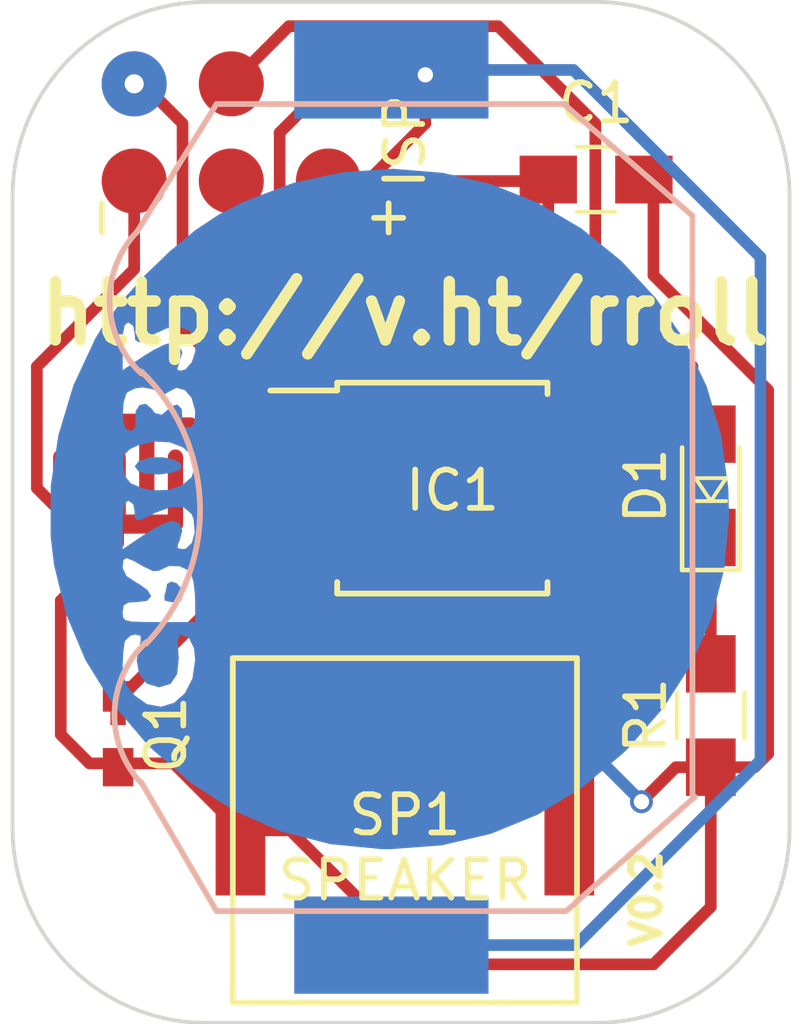
<source format=kicad_pcb>
(kicad_pcb (version 4) (host pcbnew 4.0.7)

  (general
    (links 21)
    (no_connects 0)
    (area 206.578999 86.817999 226.999001 113.588001)
    (thickness 1.6)
    (drawings 10)
    (tracks 87)
    (zones 0)
    (modules 10)
    (nets 10)
  )

  (page USLetter)
  (layers
    (0 F.Cu signal)
    (31 B.Cu signal)
    (32 B.Adhes user)
    (33 F.Adhes user)
    (34 B.Paste user)
    (35 F.Paste user)
    (36 B.SilkS user)
    (37 F.SilkS user)
    (38 B.Mask user)
    (39 F.Mask user)
    (40 Dwgs.User user)
    (41 Cmts.User user)
    (42 Eco1.User user)
    (43 Eco2.User user)
    (44 Edge.Cuts user)
    (45 Margin user)
    (46 B.CrtYd user)
    (47 F.CrtYd user)
    (48 B.Fab user)
    (49 F.Fab user)
  )

  (setup
    (last_trace_width 0.25)
    (user_trace_width 0.254)
    (user_trace_width 0.3048)
    (user_trace_width 0.4064)
    (user_trace_width 0.6096)
    (trace_clearance 0.2)
    (zone_clearance 0.508)
    (zone_45_only no)
    (trace_min 0.2)
    (segment_width 0.2)
    (edge_width 0.1)
    (via_size 0.6)
    (via_drill 0.4)
    (via_min_size 0.4)
    (via_min_drill 0.3)
    (uvia_size 0.3)
    (uvia_drill 0.1)
    (uvias_allowed no)
    (uvia_min_size 0.2)
    (uvia_min_drill 0.1)
    (pcb_text_width 0.3)
    (pcb_text_size 1.27 1.27)
    (mod_edge_width 0.15)
    (mod_text_size 1.016 1.016)
    (mod_text_width 0.127)
    (pad_size 1.7 1.7)
    (pad_drill 0.5)
    (pad_to_mask_clearance 0)
    (aux_axis_origin 111.76 109.855)
    (grid_origin 0.889 0.508)
    (visible_elements 7FFFFBFF)
    (pcbplotparams
      (layerselection 0x010f0_80000001)
      (usegerberextensions true)
      (excludeedgelayer true)
      (linewidth 0.100000)
      (plotframeref false)
      (viasonmask false)
      (mode 1)
      (useauxorigin false)
      (hpglpennumber 1)
      (hpglpenspeed 20)
      (hpglpendiameter 15)
      (hpglpenoverlay 2)
      (psnegative false)
      (psa4output false)
      (plotreference true)
      (plotvalue true)
      (plotinvisibletext false)
      (padsonsilk false)
      (subtractmaskfromsilk false)
      (outputformat 1)
      (mirror false)
      (drillshape 0)
      (scaleselection 1)
      (outputdirectory gerbers/))
  )

  (net 0 "")
  (net 1 GND)
  (net 2 +BATT)
  (net 3 "Net-(IC1-Pad2)")
  (net 4 "Net-(CON1-Pad5)")
  (net 5 "Net-(CON1-Pad4)")
  (net 6 "Net-(CON1-Pad1)")
  (net 7 "Net-(CON1-Pad3)")
  (net 8 "Net-(D1-Pad1)")
  (net 9 "Net-(IC1-Pad3)")

  (net_class Default "This is the default net class."
    (clearance 0.2)
    (trace_width 0.25)
    (via_dia 0.6)
    (via_drill 0.4)
    (uvia_dia 0.3)
    (uvia_drill 0.1)
    (add_net +BATT)
    (add_net GND)
    (add_net "Net-(CON1-Pad1)")
    (add_net "Net-(CON1-Pad3)")
    (add_net "Net-(CON1-Pad4)")
    (add_net "Net-(CON1-Pad5)")
    (add_net "Net-(D1-Pad1)")
    (add_net "Net-(IC1-Pad2)")
    (add_net "Net-(IC1-Pad3)")
  )

  (module myFootPrints:SW_SMD_TOUCH (layer F.Cu) (tedit 5A9F829B) (tstamp 5A94E024)
    (at 209.389 98.508 180)
    (path /5A7D01B3)
    (fp_text reference J1 (at 0.127 4.572 180) (layer F.SilkS) hide
      (effects (font (size 1.016 1.016) (thickness 0.2032)))
    )
    (fp_text value JMP (at 0.254 -4.572 180) (layer F.SilkS) hide
      (effects (font (size 1.016 1.016) (thickness 0.254)))
    )
    (fp_line (start -0.75 -1.25) (end -0.75 0.5) (layer F.Cu) (width 0.4))
    (fp_line (start 1.5 -2) (end 1.5 -0.25) (layer F.Cu) (width 0.4))
    (fp_line (start 0.75 0.5) (end 0.75 -1.25) (layer F.Cu) (width 0.4))
    (fp_line (start 0 -2) (end 0 -0.25) (layer F.Cu) (width 0.4))
    (fp_line (start -1.5 -2) (end -1.5 -0.25) (layer F.Cu) (width 0.4))
    (pad 1 smd rect (at 0 -2 180) (size 3 0.5) (layers F.Cu F.Paste F.Mask)
      (net 1 GND))
    (pad 2 smd rect (at 0 0.635 180) (size 1.8 0.5) (layers F.Cu F.Paste F.Mask)
      (net 3 "Net-(IC1-Pad2)"))
    (pad 3 smd circle (at 0 -0.75 180) (size 3.5 3.5) (layers F.Paste F.Mask))
  )

  (module Opto-Devices:PhotoDiode_SMD-DIL2_4.5x4 (layer F.Cu) (tedit 5A9E0CC7) (tstamp 5A9E0C7B)
    (at 209.389 106.008 270)
    (descr "PhotoDiode, plastic SMD DIL, 4.5x4mm²")
    (tags "PhotoDiode plastic SMD DIL")
    (path /553F0F1B)
    (attr smd)
    (fp_text reference Q1 (at 0 -1.25 270) (layer F.SilkS)
      (effects (font (size 1 1) (thickness 0.15)))
    )
    (fp_text value LIGHT (at 0 1 270) (layer F.Fab)
      (effects (font (size 1 1) (thickness 0.15)))
    )
    (pad 2 smd rect (at 0.85 0 90) (size 1 0.8) (layers F.Cu F.Paste F.Mask)
      (net 1 GND))
    (pad 1 smd rect (at -1 0 90) (size 0.8 0.8) (layers F.Cu F.Paste F.Mask)
      (net 9 "Net-(IC1-Pad3)"))
    (pad 1 smd rect (at -0.45 0 90) (size 0.4 0.4) (layers F.Cu F.Paste F.Mask)
      (net 9 "Net-(IC1-Pad3)"))
  )

  (module LEDs:LED_0805_HandSoldering (layer F.Cu) (tedit 5A9E0B35) (tstamp 5A94E010)
    (at 224.889 99.508 90)
    (descr "Resistor SMD 0805, hand soldering")
    (tags "resistor 0805")
    (path /561BE7BF)
    (attr smd)
    (fp_text reference D1 (at 0 -1.7 90) (layer F.SilkS)
      (effects (font (size 1 1) (thickness 0.15)))
    )
    (fp_text value LED (at 0 1.75 90) (layer F.Fab)
      (effects (font (size 1 1) (thickness 0.15)))
    )
    (fp_line (start -0.4 -0.4) (end -0.4 0.4) (layer F.SilkS) (width 0.1))
    (fp_line (start -0.4 0) (end 0.2 -0.4) (layer F.SilkS) (width 0.1))
    (fp_line (start 0.2 0.4) (end -0.4 0) (layer F.SilkS) (width 0.1))
    (fp_line (start 0.2 -0.4) (end 0.2 0.4) (layer F.SilkS) (width 0.1))
    (fp_line (start -1 0.62) (end -1 -0.62) (layer F.Fab) (width 0.1))
    (fp_line (start 1 0.62) (end -1 0.62) (layer F.Fab) (width 0.1))
    (fp_line (start 1 -0.62) (end 1 0.62) (layer F.Fab) (width 0.1))
    (fp_line (start -1 -0.62) (end 1 -0.62) (layer F.Fab) (width 0.1))
    (fp_line (start 1 0.75) (end -2.2 0.75) (layer F.SilkS) (width 0.12))
    (fp_line (start -2.2 -0.75) (end 1 -0.75) (layer F.SilkS) (width 0.12))
    (fp_line (start -2.35 -0.9) (end 2.35 -0.9) (layer F.CrtYd) (width 0.05))
    (fp_line (start -2.35 -0.9) (end -2.35 0.9) (layer F.CrtYd) (width 0.05))
    (fp_line (start 2.35 0.9) (end 2.35 -0.9) (layer F.CrtYd) (width 0.05))
    (fp_line (start 2.35 0.9) (end -2.35 0.9) (layer F.CrtYd) (width 0.05))
    (fp_line (start -2.2 -0.75) (end -2.2 0.75) (layer F.SilkS) (width 0.12))
    (pad 1 smd rect (at -1.35 0 90) (size 1.5 1.3) (layers F.Cu F.Paste F.Mask)
      (net 8 "Net-(D1-Pad1)"))
    (pad 2 smd rect (at 1.35 0 90) (size 1.5 1.3) (layers F.Cu F.Paste F.Mask)
      (net 7 "Net-(CON1-Pad3)"))
    (model ${KISYS3DMOD}/LEDs.3dshapes/LED_0805.wrl
      (at (xyz 0 0 0))
      (scale (xyz 1 1 1))
      (rotate (xyz 0 0 0))
    )
  )

  (module footprints:Pin_Header_Straight_2x03_Pitch2.54mm (layer F.Cu) (tedit 5A9E09B6) (tstamp 5A7BED43)
    (at 214.889 89.008 270)
    (descr "Through hole straight pin header, 2x03, 2.54mm pitch, double rows")
    (tags "Through hole pin header THT 2x03 2.54mm double row")
    (path /561A9A26)
    (fp_text reference CON1 (at 1.2 2.5 360) (layer F.SilkS) hide
      (effects (font (size 1 1) (thickness 0.15)))
    )
    (fp_text value ISP (at 1.5 -2 270) (layer F.SilkS)
      (effects (font (size 1 1) (thickness 0.15)))
    )
    (fp_text user - (at 3.5 6 270) (layer F.SilkS)
      (effects (font (size 1 1) (thickness 0.15)))
    )
    (fp_text user + (at 3.5 -1.5 270) (layer F.SilkS)
      (effects (font (size 1 1) (thickness 0.15)))
    )
    (fp_line (start 0 -1.27) (end 3.81 -1.27) (layer F.Fab) (width 0.1))
    (fp_line (start 3.81 -1.27) (end 3.81 6.35) (layer F.Fab) (width 0.1))
    (fp_line (start 3.81 6.35) (end -1.27 6.35) (layer F.Fab) (width 0.1))
    (fp_line (start -1.27 6.35) (end -1.27 0) (layer F.Fab) (width 0.1))
    (fp_line (start -1.27 0) (end 0 -1.27) (layer F.Fab) (width 0.1))
    (fp_line (start -1.8 -1.8) (end -1.8 6.85) (layer F.CrtYd) (width 0.05))
    (fp_line (start -1.8 6.85) (end 4.35 6.85) (layer F.CrtYd) (width 0.05))
    (fp_line (start 4.35 6.85) (end 4.35 -1.8) (layer F.CrtYd) (width 0.05))
    (fp_line (start 4.35 -1.8) (end -1.8 -1.8) (layer F.CrtYd) (width 0.05))
    (fp_text user %R (at 1.27 2.54 360) (layer F.Fab)
      (effects (font (size 1 1) (thickness 0.15)))
    )
    (pad 1 smd circle (at 0 0 270) (size 1.7 1.7) (layers F.Cu F.Paste F.Mask)
      (net 6 "Net-(CON1-Pad1)"))
    (pad 2 smd oval (at 2.54 0 270) (size 1.7 1.7) (layers F.Cu F.Paste F.Mask)
      (net 2 +BATT))
    (pad 3 smd oval (at 0 2.54 270) (size 1.7 1.7) (layers F.Cu F.Paste F.Mask)
      (net 7 "Net-(CON1-Pad3)"))
    (pad 4 smd oval (at 2.54 2.54 270) (size 1.7 1.7) (layers F.Cu F.Paste F.Mask)
      (net 5 "Net-(CON1-Pad4)"))
    (pad 5 thru_hole oval (at 0 5.08 270) (size 1.7 1.7) (drill 0.5) (layers *.Cu F.Mask)
      (net 4 "Net-(CON1-Pad5)"))
    (pad 6 smd oval (at 2.54 5.08 270) (size 1.7 1.7) (layers F.Cu F.Paste F.Mask)
      (net 1 GND))
  )

  (module myFootPrints:CR2032 (layer B.Cu) (tedit 5A7D35AF) (tstamp 5A7D316B)
    (at 216.489 100.108 90)
    (fp_text reference G*** (at 0 0 90) (layer B.SilkS) hide
      (effects (font (thickness 0.3)) (justify mirror))
    )
    (fp_text value LOGO (at 0.75 0 90) (layer B.SilkS) hide
      (effects (font (thickness 0.3)) (justify mirror))
    )
    (fp_poly (pts (xy 0.529166 8.85382) (xy 1.902863 8.668668) (xy 3.189751 8.290481) (xy 4.389287 7.719517)
      (xy 5.500925 6.956031) (xy 6.475379 6.052302) (xy 7.325326 5.003216) (xy 7.992626 3.863128)
      (xy 8.474981 2.651835) (xy 8.770094 1.389133) (xy 8.875666 0.094819) (xy 8.789403 -1.21131)
      (xy 8.509005 -2.509456) (xy 8.032176 -3.779824) (xy 7.693492 -4.445) (xy 7.280236 -5.06961)
      (xy 6.729544 -5.738337) (xy 6.092852 -6.399745) (xy 5.421595 -7.002396) (xy 4.76721 -7.494857)
      (xy 4.445 -7.693492) (xy 3.216806 -8.266893) (xy 1.926009 -8.656477) (xy 0.604921 -8.856352)
      (xy -0.714143 -8.860622) (xy -1.46432 -8.771353) (xy -2.748351 -8.456619) (xy -3.949489 -7.951323)
      (xy -5.075532 -7.25134) (xy -6.134279 -6.352546) (xy -6.244167 -6.244166) (xy -6.475204 -5.978728)
      (xy -5.175279 -5.978728) (xy -5.107571 -6.345006) (xy -4.876475 -6.675641) (xy -4.614935 -6.886051)
      (xy -4.32907 -6.973364) (xy -4.091381 -6.985) (xy -3.761701 -6.971203) (xy -3.504265 -6.936604)
      (xy -3.44824 -6.92076) (xy -3.308629 -6.773847) (xy -3.280834 -6.649045) (xy -3.316879 -6.504657)
      (xy -3.463358 -6.506603) (xy -3.518959 -6.524675) (xy -3.958635 -6.609239) (xy -4.317933 -6.546262)
      (xy -4.562129 -6.35105) (xy -4.656499 -6.038904) (xy -4.656667 -6.023264) (xy -4.570976 -5.729661)
      (xy -4.316968 -5.560607) (xy -3.899244 -5.518577) (xy -3.741587 -5.531232) (xy -3.41795 -5.542901)
      (xy -3.285239 -5.481924) (xy -3.280834 -5.458583) (xy -3.376041 -5.242161) (xy -3.642846 -5.111708)
      (xy -3.942256 -5.08) (xy -2.963334 -5.08) (xy -2.963334 -6.0325) (xy -2.961227 -6.483396)
      (xy -2.947364 -6.763358) (xy -2.91043 -6.913117) (xy -2.839111 -6.973405) (xy -2.722092 -6.984953)
      (xy -2.69875 -6.985) (xy -2.519824 -6.957324) (xy -2.446574 -6.832785) (xy -2.434167 -6.614583)
      (xy -2.400378 -6.341818) (xy -2.291588 -6.245154) (xy -2.273705 -6.244166) (xy -2.128686 -6.331673)
      (xy -1.970651 -6.548573) (xy -1.936603 -6.614583) (xy -1.757234 -6.887506) (xy -1.548427 -6.983668)
      (xy -1.514982 -6.985) (xy -1.063957 -6.985) (xy -0.426146 -6.985) (xy -0.056506 -6.972903)
      (xy 0.14235 -6.93) (xy 0.210271 -6.846373) (xy 0.211666 -6.82625) (xy 0.119665 -6.698571)
      (xy -0.052917 -6.6675) (xy -0.229629 -6.659108) (xy -0.297803 -6.603873) (xy -0.261116 -6.456703)
      (xy -0.142639 -6.212476) (xy 0.477678 -6.212476) (xy 0.525814 -6.448392) (xy 0.66459 -6.776342)
      (xy 0.872447 -6.93924) (xy 1.196025 -6.983379) (xy 1.411645 -6.945626) (xy 1.559933 -6.792837)
      (xy 1.581063 -6.749003) (xy 2.027688 -6.749003) (xy 2.06375 -6.879166) (xy 2.214553 -6.955707)
      (xy 2.480732 -6.982151) (xy 2.772488 -6.96043) (xy 3.000026 -6.892475) (xy 3.048 -6.858)
      (xy 3.145794 -6.660098) (xy 3.175 -6.455833) (xy 3.128797 -6.197741) (xy 3.048 -6.053666)
      (xy 2.975493 -5.909649) (xy 3.048 -5.799666) (xy 3.164186 -5.573416) (xy 3.13732 -5.475306)
      (xy 3.598333 -5.475306) (xy 3.638892 -5.562149) (xy 3.792566 -5.512406) (xy 3.818269 -5.498907)
      (xy 4.088777 -5.426417) (xy 4.278294 -5.511678) (xy 4.339166 -5.701043) (xy 4.282309 -5.894964)
      (xy 4.134966 -6.188075) (xy 3.975906 -6.445198) (xy 3.612647 -6.985) (xy 4.24049 -6.985)
      (xy 4.606846 -6.97256) (xy 4.802523 -6.928518) (xy 4.867413 -6.842786) (xy 4.868333 -6.82625)
      (xy 4.776332 -6.698571) (xy 4.60375 -6.6675) (xy 4.40812 -6.64607) (xy 4.355891 -6.556556)
      (xy 4.44286 -6.361119) (xy 4.550833 -6.19125) (xy 4.717492 -5.829442) (xy 4.752629 -5.484523)
      (xy 4.650518 -5.223068) (xy 4.635499 -5.206999) (xy 4.399589 -5.086128) (xy 4.107433 -5.078958)
      (xy 3.830691 -5.166954) (xy 3.64102 -5.331577) (xy 3.598333 -5.475306) (xy 3.13732 -5.475306)
      (xy 3.103544 -5.351965) (xy 2.897911 -5.175618) (xy 2.579125 -5.084681) (xy 2.479523 -5.08)
      (xy 2.224608 -5.106651) (xy 2.124817 -5.205403) (xy 2.116666 -5.27699) (xy 2.166606 -5.419176)
      (xy 2.349542 -5.429298) (xy 2.368844 -5.425774) (xy 2.60296 -5.439404) (xy 2.717374 -5.551861)
      (xy 2.674298 -5.70913) (xy 2.609085 -5.769181) (xy 2.449488 -5.961509) (xy 2.49754 -6.141002)
      (xy 2.609267 -6.225806) (xy 2.738823 -6.376379) (xy 2.706165 -6.535463) (xy 2.547586 -6.638091)
      (xy 2.377407 -6.640862) (xy 2.132137 -6.643492) (xy 2.027688 -6.749003) (xy 1.581063 -6.749003)
      (xy 1.656188 -6.59316) (xy 1.76144 -6.166758) (xy 1.740146 -5.754071) (xy 1.609668 -5.403309)
      (xy 1.387367 -5.162685) (xy 1.11125 -5.08) (xy 0.824949 -5.174719) (xy 0.610264 -5.426957)
      (xy 0.48768 -5.788835) (xy 0.477678 -6.212476) (xy -0.142639 -6.212476) (xy -0.123248 -6.172506)
      (xy -0.097435 -6.121869) (xy 0.052257 -5.70575) (xy 0.038469 -5.38306) (xy -0.135298 -5.17451)
      (xy -0.266196 -5.123055) (xy -0.61414 -5.091501) (xy -0.892669 -5.166099) (xy -1.045177 -5.326829)
      (xy -1.058334 -5.403239) (xy -1.031735 -5.549179) (xy -0.91293 -5.536367) (xy -0.838397 -5.498907)
      (xy -0.570438 -5.426829) (xy -0.379485 -5.50678) (xy -0.3175 -5.686632) (xy -0.374158 -5.871061)
      (xy -0.521387 -6.158521) (xy -0.690729 -6.430787) (xy -1.063957 -6.985) (xy -1.514982 -6.985)
      (xy -1.336362 -6.964922) (xy -1.285966 -6.878521) (xy -1.361827 -6.686545) (xy -1.4891 -6.468162)
      (xy -1.624568 -6.18825) (xy -1.613142 -6.019805) (xy -1.594538 -5.997203) (xy -1.48965 -5.769405)
      (xy -1.498973 -5.486214) (xy -1.610833 -5.250286) (xy -1.686376 -5.189556) (xy -1.910482 -5.125032)
      (xy -2.246813 -5.085665) (xy -2.42721 -5.08) (xy -2.963334 -5.08) (xy -3.942256 -5.08)
      (xy -4.436955 -5.152881) (xy -4.820403 -5.349244) (xy -5.073034 -5.635667) (xy -5.175279 -5.978728)
      (xy -6.475204 -5.978728) (xy -7.167243 -5.183646) (xy -7.894615 -4.04542) (xy -8.424655 -2.833331)
      (xy -8.755735 -1.551224) (xy -8.886228 -0.202944) (xy -8.888402 0) (xy -8.787446 1.357657)
      (xy -8.485663 2.649703) (xy -7.984683 3.872294) (xy -7.286131 5.021587) (xy -6.391638 6.093737)
      (xy -6.244167 6.244167) (xy -5.184393 7.16806) (xy -4.052135 7.893562) (xy -2.849561 8.419839)
      (xy -1.578839 8.746055) (xy -0.242137 8.871374) (xy 0.529166 8.85382)) (layer B.Cu) (width 0.01))
    (fp_poly (pts (xy -2.072406 -5.461739) (xy -1.944793 -5.57438) (xy -1.905203 -5.723596) (xy -1.971712 -5.816965)
      (xy -2.002178 -5.820833) (xy -2.17954 -5.855743) (xy -2.266761 -5.885072) (xy -2.392527 -5.881477)
      (xy -2.433633 -5.712048) (xy -2.434167 -5.673406) (xy -2.399641 -5.457224) (xy -2.267177 -5.405672)
      (xy -2.072406 -5.461739)) (layer B.Cu) (width 0.01))
    (fp_poly (pts (xy 1.182838 -5.467806) (xy 1.278343 -5.643354) (xy 1.338216 -5.908497) (xy 1.343637 -6.202206)
      (xy 1.331418 -6.288984) (xy 1.235698 -6.56246) (xy 1.108309 -6.657847) (xy 0.986364 -6.567225)
      (xy 0.921591 -6.376458) (xy 0.898484 -6.057888) (xy 0.934589 -5.738679) (xy 1.016466 -5.503088)
      (xy 1.070519 -5.442884) (xy 1.182838 -5.467806)) (layer B.Cu) (width 0.01))
    (fp_poly (pts (xy 0.529166 8.85382) (xy 1.902863 8.668668) (xy 3.189751 8.290481) (xy 4.389287 7.719517)
      (xy 5.500925 6.956031) (xy 6.475379 6.052302) (xy 7.325326 5.003216) (xy 7.992626 3.863128)
      (xy 8.474981 2.651835) (xy 8.770094 1.389133) (xy 8.875666 0.094819) (xy 8.789403 -1.21131)
      (xy 8.509005 -2.509456) (xy 8.032176 -3.779824) (xy 7.693492 -4.445) (xy 7.280236 -5.06961)
      (xy 6.729544 -5.738337) (xy 6.092852 -6.399745) (xy 5.421595 -7.002396) (xy 4.76721 -7.494857)
      (xy 4.445 -7.693492) (xy 3.216806 -8.266893) (xy 1.926009 -8.656477) (xy 0.604921 -8.856352)
      (xy -0.714143 -8.860622) (xy -1.46432 -8.771353) (xy -2.748351 -8.456619) (xy -3.949489 -7.951323)
      (xy -5.075532 -7.25134) (xy -6.134279 -6.352546) (xy -6.244167 -6.244166) (xy -6.475204 -5.978728)
      (xy -5.175279 -5.978728) (xy -5.107571 -6.345006) (xy -4.876475 -6.675641) (xy -4.614935 -6.886051)
      (xy -4.32907 -6.973364) (xy -4.091381 -6.985) (xy -3.761701 -6.971203) (xy -3.504265 -6.936604)
      (xy -3.44824 -6.92076) (xy -3.308629 -6.773847) (xy -3.280834 -6.649045) (xy -3.316879 -6.504657)
      (xy -3.463358 -6.506603) (xy -3.518959 -6.524675) (xy -3.958635 -6.609239) (xy -4.317933 -6.546262)
      (xy -4.562129 -6.35105) (xy -4.656499 -6.038904) (xy -4.656667 -6.023264) (xy -4.570976 -5.729661)
      (xy -4.316968 -5.560607) (xy -3.899244 -5.518577) (xy -3.741587 -5.531232) (xy -3.41795 -5.542901)
      (xy -3.285239 -5.481924) (xy -3.280834 -5.458583) (xy -3.376041 -5.242161) (xy -3.642846 -5.111708)
      (xy -3.942256 -5.08) (xy -2.963334 -5.08) (xy -2.963334 -6.0325) (xy -2.961227 -6.483396)
      (xy -2.947364 -6.763358) (xy -2.91043 -6.913117) (xy -2.839111 -6.973405) (xy -2.722092 -6.984953)
      (xy -2.69875 -6.985) (xy -2.519824 -6.957324) (xy -2.446574 -6.832785) (xy -2.434167 -6.614583)
      (xy -2.400378 -6.341818) (xy -2.291588 -6.245154) (xy -2.273705 -6.244166) (xy -2.128686 -6.331673)
      (xy -1.970651 -6.548573) (xy -1.936603 -6.614583) (xy -1.757234 -6.887506) (xy -1.548427 -6.983668)
      (xy -1.514982 -6.985) (xy -1.063957 -6.985) (xy -0.426146 -6.985) (xy -0.056506 -6.972903)
      (xy 0.14235 -6.93) (xy 0.210271 -6.846373) (xy 0.211666 -6.82625) (xy 0.119665 -6.698571)
      (xy -0.052917 -6.6675) (xy -0.229629 -6.659108) (xy -0.297803 -6.603873) (xy -0.261116 -6.456703)
      (xy -0.142639 -6.212476) (xy 0.477678 -6.212476) (xy 0.525814 -6.448392) (xy 0.66459 -6.776342)
      (xy 0.872447 -6.93924) (xy 1.196025 -6.983379) (xy 1.411645 -6.945626) (xy 1.559933 -6.792837)
      (xy 1.581063 -6.749003) (xy 2.027688 -6.749003) (xy 2.06375 -6.879166) (xy 2.214553 -6.955707)
      (xy 2.480732 -6.982151) (xy 2.772488 -6.96043) (xy 3.000026 -6.892475) (xy 3.048 -6.858)
      (xy 3.145794 -6.660098) (xy 3.175 -6.455833) (xy 3.128797 -6.197741) (xy 3.048 -6.053666)
      (xy 2.975493 -5.909649) (xy 3.048 -5.799666) (xy 3.164186 -5.573416) (xy 3.13732 -5.475306)
      (xy 3.598333 -5.475306) (xy 3.638892 -5.562149) (xy 3.792566 -5.512406) (xy 3.818269 -5.498907)
      (xy 4.088777 -5.426417) (xy 4.278294 -5.511678) (xy 4.339166 -5.701043) (xy 4.282309 -5.894964)
      (xy 4.134966 -6.188075) (xy 3.975906 -6.445198) (xy 3.612647 -6.985) (xy 4.24049 -6.985)
      (xy 4.606846 -6.97256) (xy 4.802523 -6.928518) (xy 4.867413 -6.842786) (xy 4.868333 -6.82625)
      (xy 4.776332 -6.698571) (xy 4.60375 -6.6675) (xy 4.40812 -6.64607) (xy 4.355891 -6.556556)
      (xy 4.44286 -6.361119) (xy 4.550833 -6.19125) (xy 4.717492 -5.829442) (xy 4.752629 -5.484523)
      (xy 4.650518 -5.223068) (xy 4.635499 -5.206999) (xy 4.399589 -5.086128) (xy 4.107433 -5.078958)
      (xy 3.830691 -5.166954) (xy 3.64102 -5.331577) (xy 3.598333 -5.475306) (xy 3.13732 -5.475306)
      (xy 3.103544 -5.351965) (xy 2.897911 -5.175618) (xy 2.579125 -5.084681) (xy 2.479523 -5.08)
      (xy 2.224608 -5.106651) (xy 2.124817 -5.205403) (xy 2.116666 -5.27699) (xy 2.166606 -5.419176)
      (xy 2.349542 -5.429298) (xy 2.368844 -5.425774) (xy 2.60296 -5.439404) (xy 2.717374 -5.551861)
      (xy 2.674298 -5.70913) (xy 2.609085 -5.769181) (xy 2.449488 -5.961509) (xy 2.49754 -6.141002)
      (xy 2.609267 -6.225806) (xy 2.738823 -6.376379) (xy 2.706165 -6.535463) (xy 2.547586 -6.638091)
      (xy 2.377407 -6.640862) (xy 2.132137 -6.643492) (xy 2.027688 -6.749003) (xy 1.581063 -6.749003)
      (xy 1.656188 -6.59316) (xy 1.76144 -6.166758) (xy 1.740146 -5.754071) (xy 1.609668 -5.403309)
      (xy 1.387367 -5.162685) (xy 1.11125 -5.08) (xy 0.824949 -5.174719) (xy 0.610264 -5.426957)
      (xy 0.48768 -5.788835) (xy 0.477678 -6.212476) (xy -0.142639 -6.212476) (xy -0.123248 -6.172506)
      (xy -0.097435 -6.121869) (xy 0.052257 -5.70575) (xy 0.038469 -5.38306) (xy -0.135298 -5.17451)
      (xy -0.266196 -5.123055) (xy -0.61414 -5.091501) (xy -0.892669 -5.166099) (xy -1.045177 -5.326829)
      (xy -1.058334 -5.403239) (xy -1.031735 -5.549179) (xy -0.91293 -5.536367) (xy -0.838397 -5.498907)
      (xy -0.570438 -5.426829) (xy -0.379485 -5.50678) (xy -0.3175 -5.686632) (xy -0.374158 -5.871061)
      (xy -0.521387 -6.158521) (xy -0.690729 -6.430787) (xy -1.063957 -6.985) (xy -1.514982 -6.985)
      (xy -1.336362 -6.964922) (xy -1.285966 -6.878521) (xy -1.361827 -6.686545) (xy -1.4891 -6.468162)
      (xy -1.624568 -6.18825) (xy -1.613142 -6.019805) (xy -1.594538 -5.997203) (xy -1.48965 -5.769405)
      (xy -1.498973 -5.486214) (xy -1.610833 -5.250286) (xy -1.686376 -5.189556) (xy -1.910482 -5.125032)
      (xy -2.246813 -5.085665) (xy -2.42721 -5.08) (xy -2.963334 -5.08) (xy -3.942256 -5.08)
      (xy -4.436955 -5.152881) (xy -4.820403 -5.349244) (xy -5.073034 -5.635667) (xy -5.175279 -5.978728)
      (xy -6.475204 -5.978728) (xy -7.167243 -5.183646) (xy -7.894615 -4.04542) (xy -8.424655 -2.833331)
      (xy -8.755735 -1.551224) (xy -8.886228 -0.202944) (xy -8.888402 0) (xy -8.787446 1.357657)
      (xy -8.485663 2.649703) (xy -7.984683 3.872294) (xy -7.286131 5.021587) (xy -6.391638 6.093737)
      (xy -6.244167 6.244167) (xy -5.184393 7.16806) (xy -4.052135 7.893562) (xy -2.849561 8.419839)
      (xy -1.578839 8.746055) (xy -0.242137 8.871374) (xy 0.529166 8.85382)) (layer B.Mask) (width 0.01))
    (fp_poly (pts (xy -2.072406 -5.461739) (xy -1.944793 -5.57438) (xy -1.905203 -5.723596) (xy -1.971712 -5.816965)
      (xy -2.002178 -5.820833) (xy -2.17954 -5.855743) (xy -2.266761 -5.885072) (xy -2.392527 -5.881477)
      (xy -2.433633 -5.712048) (xy -2.434167 -5.673406) (xy -2.399641 -5.457224) (xy -2.267177 -5.405672)
      (xy -2.072406 -5.461739)) (layer B.Mask) (width 0.01))
    (fp_poly (pts (xy 1.182838 -5.467806) (xy 1.278343 -5.643354) (xy 1.338216 -5.908497) (xy 1.343637 -6.202206)
      (xy 1.331418 -6.288984) (xy 1.235698 -6.56246) (xy 1.108309 -6.657847) (xy 0.986364 -6.567225)
      (xy 0.921591 -6.376458) (xy 0.898484 -6.057888) (xy 0.934589 -5.738679) (xy 1.016466 -5.503088)
      (xy 1.070519 -5.442884) (xy 1.182838 -5.467806)) (layer B.Mask) (width 0.01))
    (pad 3 smd circle (at 0 0 90) (size 17.78 17.78) (layers B.Paste B.Mask))
  )

  (module footprints:BATT_CR2032_SMD locked (layer B.Cu) (tedit 5A7D2CD7) (tstamp 5A83A7E3)
    (at 216.535 100.076 90)
    (tags battery)
    (path /553F9619)
    (fp_text reference BT1 (at 0 -5.08 90) (layer B.SilkS) hide
      (effects (font (size 1.72974 1.08712) (thickness 0.27178)) (justify mirror))
    )
    (fp_text value Battery (at 0 2.54 90) (layer B.SilkS) hide
      (effects (font (size 1.524 1.016) (thickness 0.254)) (justify mirror))
    )
    (fp_line (start -7.1755 -6.5405) (end -10.541 -4.572) (layer B.SilkS) (width 0.15))
    (fp_line (start 7.1755 -6.6675) (end 10.541 -4.572) (layer B.SilkS) (width 0.15))
    (fp_arc (start -5.4229 -4.6355) (end -3.5179 -6.4135) (angle -90) (layer B.SilkS) (width 0.15))
    (fp_arc (start 5.4102 -4.7625) (end 7.1882 -6.6675) (angle -90) (layer B.SilkS) (width 0.15))
    (fp_arc (start -0.0635 -10.033) (end -3.556 -6.4135) (angle -90) (layer B.SilkS) (width 0.15))
    (fp_line (start 7.62 7.874) (end 10.541 4.5085) (layer B.SilkS) (width 0.15))
    (fp_line (start -10.541 4.572) (end -7.5565 7.9375) (layer B.SilkS) (width 0.15))
    (fp_line (start -7.62 7.874) (end 7.62 7.874) (layer B.SilkS) (width 0.15))
    (fp_line (start -10.541 -4.572) (end -10.541 4.572) (layer B.SilkS) (width 0.15))
    (fp_line (start 10.541 -4.572) (end 10.541 4.572) (layer B.SilkS) (width 0.15))
    (fp_circle (center 0 0) (end -10.16 0) (layer Dwgs.User) (width 0.15))
    (pad 2 smd circle (at 0 0 90) (size 2.54 2.54) (layers B.Cu B.Paste B.Mask)
      (net 1 GND))
    (pad 1 smd rect (at -11.43 0 90) (size 2.54 5.08) (layers B.Cu B.Paste B.Mask)
      (net 2 +BATT))
    (pad 1 smd rect (at 11.43 0 90) (size 2.54 5.08) (layers B.Cu B.Paste B.Mask)
      (net 2 +BATT))
  )

  (module footprints:PS1240_piezo (layer F.Cu) (tedit 5A7D0A37) (tstamp 5A83A82D)
    (at 216.889 108.508)
    (descr "piezo speaker 12 mm")
    (tags "buzzer speaker piezo")
    (path /561A890F)
    (fp_text reference SP1 (at 0 -0.4) (layer F.SilkS)
      (effects (font (size 1 1) (thickness 0.15)))
    )
    (fp_text value SPEAKER (at 0 1.3) (layer F.SilkS)
      (effects (font (size 1 1) (thickness 0.15)))
    )
    (fp_line (start -4.5 -4.5) (end -4.5 4.5) (layer F.SilkS) (width 0.15))
    (fp_line (start -4.5 4.5) (end 4.5 4.5) (layer F.SilkS) (width 0.15))
    (fp_line (start 4.5 4.5) (end 4.5 -4.5) (layer F.SilkS) (width 0.15))
    (fp_line (start 4.5 -4.5) (end -4.5 -4.5) (layer F.SilkS) (width 0.15))
    (pad 1 smd rect (at -4.3 0) (size 1.3 3.4) (layers F.Cu F.Paste F.Mask)
      (net 1 GND))
    (pad 2 smd rect (at 4.3 0) (size 1.3 3.4) (layers F.Cu F.Paste F.Mask)
      (net 5 "Net-(CON1-Pad4)"))
  )

  (module footprints:SOIJ-8_5.3x5.3mm_Pitch1.27mm (layer F.Cu) (tedit 5A94E6CD) (tstamp 5A94DD7A)
    (at 217.8685 99.568)
    (descr "8-Lead Plastic Small Outline (SM) - Medium, 5.28 mm Body [SOIC] (see Microchip Packaging Specification 00000049BS.pdf)")
    (tags "SOIC 1.27")
    (path /553EFD0A)
    (attr smd)
    (fp_text reference IC1 (at 0.265 0.06) (layer F.SilkS)
      (effects (font (size 1 1) (thickness 0.15)))
    )
    (fp_text value ATTINY85 (at 0 3.68) (layer F.Fab)
      (effects (font (size 1 1) (thickness 0.15)))
    )
    (fp_text user %R (at 0 0) (layer F.Fab)
      (effects (font (size 1 1) (thickness 0.15)))
    )
    (fp_line (start -1.65 -2.65) (end 2.65 -2.65) (layer F.Fab) (width 0.15))
    (fp_line (start 2.65 -2.65) (end 2.65 2.65) (layer F.Fab) (width 0.15))
    (fp_line (start 2.65 2.65) (end -2.65 2.65) (layer F.Fab) (width 0.15))
    (fp_line (start -2.65 2.65) (end -2.65 -1.65) (layer F.Fab) (width 0.15))
    (fp_line (start -2.65 -1.65) (end -1.65 -2.65) (layer F.Fab) (width 0.15))
    (fp_line (start -4.75 -2.95) (end -4.75 2.95) (layer F.CrtYd) (width 0.05))
    (fp_line (start 4.75 -2.95) (end 4.75 2.95) (layer F.CrtYd) (width 0.05))
    (fp_line (start -4.75 -2.95) (end 4.75 -2.95) (layer F.CrtYd) (width 0.05))
    (fp_line (start -4.75 2.95) (end 4.75 2.95) (layer F.CrtYd) (width 0.05))
    (fp_line (start -2.75 -2.755) (end -2.75 -2.55) (layer F.SilkS) (width 0.15))
    (fp_line (start 2.75 -2.755) (end 2.75 -2.455) (layer F.SilkS) (width 0.15))
    (fp_line (start 2.75 2.755) (end 2.75 2.455) (layer F.SilkS) (width 0.15))
    (fp_line (start -2.75 2.755) (end -2.75 2.455) (layer F.SilkS) (width 0.15))
    (fp_line (start -2.75 -2.755) (end 2.75 -2.755) (layer F.SilkS) (width 0.15))
    (fp_line (start -2.75 2.755) (end 2.75 2.755) (layer F.SilkS) (width 0.15))
    (fp_line (start -2.75 -2.55) (end -4.5 -2.55) (layer F.SilkS) (width 0.15))
    (pad 1 smd rect (at -3.65 -1.905) (size 1.7 0.65) (layers F.Cu F.Paste F.Mask)
      (net 4 "Net-(CON1-Pad5)"))
    (pad 2 smd rect (at -3.65 -0.635) (size 1.7 0.65) (layers F.Cu F.Paste F.Mask)
      (net 3 "Net-(IC1-Pad2)"))
    (pad 3 smd rect (at -3.65 0.635) (size 1.7 0.65) (layers F.Cu F.Paste F.Mask)
      (net 9 "Net-(IC1-Pad3)"))
    (pad 4 smd rect (at -3.65 1.905) (size 1.7 0.65) (layers F.Cu F.Paste F.Mask)
      (net 1 GND))
    (pad 5 smd rect (at 3.65 1.905) (size 1.7 0.65) (layers F.Cu F.Paste F.Mask)
      (net 5 "Net-(CON1-Pad4)"))
    (pad 6 smd rect (at 3.65 0.635) (size 1.7 0.65) (layers F.Cu F.Paste F.Mask)
      (net 6 "Net-(CON1-Pad1)"))
    (pad 7 smd rect (at 3.65 -0.635) (size 1.7 0.65) (layers F.Cu F.Paste F.Mask)
      (net 7 "Net-(CON1-Pad3)"))
    (pad 8 smd rect (at 3.65 -1.905) (size 1.7 0.65) (layers F.Cu F.Paste F.Mask)
      (net 2 +BATT))
    (model ${KISYS3DMOD}/Housings_SOIC.3dshapes/SOIJ-8_5.3x5.3mm_Pitch1.27mm.wrl
      (at (xyz 0 0 0))
      (scale (xyz 1 1 1))
      (rotate (xyz 0 0 0))
    )
  )

  (module Resistors_SMD:R_0805_HandSoldering (layer F.Cu) (tedit 58E0A804) (tstamp 5A94E034)
    (at 224.889 105.508 90)
    (descr "Resistor SMD 0805, hand soldering")
    (tags "resistor 0805")
    (path /561BE85C)
    (attr smd)
    (fp_text reference R1 (at 0 -1.7 90) (layer F.SilkS)
      (effects (font (size 1 1) (thickness 0.15)))
    )
    (fp_text value 330 (at 0 1.75 90) (layer F.Fab)
      (effects (font (size 1 1) (thickness 0.15)))
    )
    (fp_text user %R (at 0 0 90) (layer F.Fab)
      (effects (font (size 0.5 0.5) (thickness 0.075)))
    )
    (fp_line (start -1 0.62) (end -1 -0.62) (layer F.Fab) (width 0.1))
    (fp_line (start 1 0.62) (end -1 0.62) (layer F.Fab) (width 0.1))
    (fp_line (start 1 -0.62) (end 1 0.62) (layer F.Fab) (width 0.1))
    (fp_line (start -1 -0.62) (end 1 -0.62) (layer F.Fab) (width 0.1))
    (fp_line (start 0.6 0.88) (end -0.6 0.88) (layer F.SilkS) (width 0.12))
    (fp_line (start -0.6 -0.88) (end 0.6 -0.88) (layer F.SilkS) (width 0.12))
    (fp_line (start -2.35 -0.9) (end 2.35 -0.9) (layer F.CrtYd) (width 0.05))
    (fp_line (start -2.35 -0.9) (end -2.35 0.9) (layer F.CrtYd) (width 0.05))
    (fp_line (start 2.35 0.9) (end 2.35 -0.9) (layer F.CrtYd) (width 0.05))
    (fp_line (start 2.35 0.9) (end -2.35 0.9) (layer F.CrtYd) (width 0.05))
    (pad 1 smd rect (at -1.35 0 90) (size 1.5 1.3) (layers F.Cu F.Paste F.Mask)
      (net 1 GND))
    (pad 2 smd rect (at 1.35 0 90) (size 1.5 1.3) (layers F.Cu F.Paste F.Mask)
      (net 8 "Net-(D1-Pad1)"))
    (model ${KISYS3DMOD}/Resistors_SMD.3dshapes/R_0805.wrl
      (at (xyz 0 0 0))
      (scale (xyz 1 1 1))
      (rotate (xyz 0 0 0))
    )
  )

  (module Capacitors_SMD:C_0805_HandSoldering (layer F.Cu) (tedit 5A9E0520) (tstamp 5A94E000)
    (at 221.889 91.508 180)
    (descr "Capacitor SMD 0805, hand soldering")
    (tags "capacitor 0805")
    (path /553FDF53)
    (attr smd)
    (fp_text reference C1 (at 0 2 180) (layer F.SilkS)
      (effects (font (size 1 1) (thickness 0.15)))
    )
    (fp_text value "0.1 uF" (at 0 1.75 180) (layer F.Fab)
      (effects (font (size 1 1) (thickness 0.15)))
    )
    (fp_text user %R (at 0 2 180) (layer F.Fab)
      (effects (font (size 1 1) (thickness 0.15)))
    )
    (fp_line (start -1 0.62) (end -1 -0.62) (layer F.Fab) (width 0.1))
    (fp_line (start 1 0.62) (end -1 0.62) (layer F.Fab) (width 0.1))
    (fp_line (start 1 -0.62) (end 1 0.62) (layer F.Fab) (width 0.1))
    (fp_line (start -1 -0.62) (end 1 -0.62) (layer F.Fab) (width 0.1))
    (fp_line (start 0.5 -0.85) (end -0.5 -0.85) (layer F.SilkS) (width 0.12))
    (fp_line (start -0.5 0.85) (end 0.5 0.85) (layer F.SilkS) (width 0.12))
    (fp_line (start -2.25 -0.88) (end 2.25 -0.88) (layer F.CrtYd) (width 0.05))
    (fp_line (start -2.25 -0.88) (end -2.25 0.87) (layer F.CrtYd) (width 0.05))
    (fp_line (start 2.25 0.87) (end 2.25 -0.88) (layer F.CrtYd) (width 0.05))
    (fp_line (start 2.25 0.87) (end -2.25 0.87) (layer F.CrtYd) (width 0.05))
    (pad 1 smd rect (at -1.25 0 180) (size 1.5 1.25) (layers F.Cu F.Paste F.Mask)
      (net 1 GND))
    (pad 2 smd rect (at 1.25 0 180) (size 1.5 1.25) (layers F.Cu F.Paste F.Mask)
      (net 2 +BATT))
    (model Capacitors_SMD.3dshapes/C_0805.wrl
      (at (xyz 0 0 0))
      (scale (xyz 1 1 1))
      (rotate (xyz 0 0 0))
    )
  )

  (gr_text V0.2 (at 223.2025 110.2995 90) (layer F.SilkS)
    (effects (font (size 0.75 0.75) (thickness 0.1875)))
  )
  (gr_text http://v.ht/rroll (at 216.889 95.008) (layer F.SilkS)
    (effects (font (thickness 0.3)))
  )
  (gr_line (start 211.709 113.538) (end 221.869 113.538) (angle 90) (layer Edge.Cuts) (width 0.1))
  (gr_line (start 206.629 91.948) (end 206.629 108.458) (angle 90) (layer Edge.Cuts) (width 0.1))
  (gr_line (start 221.869 86.868) (end 211.709 86.868) (angle 90) (layer Edge.Cuts) (width 0.1))
  (gr_line (start 226.949 108.458) (end 226.949 91.948) (angle 90) (layer Edge.Cuts) (width 0.1))
  (gr_arc (start 211.709 91.948) (end 206.629 91.948) (angle 90) (layer Edge.Cuts) (width 0.1))
  (gr_arc (start 221.869 91.948) (end 221.869 86.868) (angle 90) (layer Edge.Cuts) (width 0.1))
  (gr_arc (start 211.709 108.458) (end 211.709 113.538) (angle 90) (layer Edge.Cuts) (width 0.1))
  (gr_arc (start 221.869 108.458) (end 226.949 108.458) (angle 90) (layer Edge.Cuts) (width 0.1))

  (segment (start 216.535 100.076) (end 216.535 101.219) (width 0.3048) (layer B.Cu) (net 1))
  (segment (start 216.535 101.219) (end 223.0755 107.7595) (width 0.3048) (layer B.Cu) (net 1) (tstamp 5A9E249D))
  (via (at 223.0755 107.7595) (size 0.6) (drill 0.4) (layers F.Cu B.Cu) (net 1))
  (segment (start 223.0755 107.7595) (end 223.977 106.858) (width 0.3048) (layer F.Cu) (net 1) (tstamp 5A9E249F))
  (segment (start 223.977 106.858) (end 224.889 106.858) (width 0.3048) (layer F.Cu) (net 1) (tstamp 5A9E24A0))
  (segment (start 212.589 108.508) (end 212.589 106.6255) (width 0.3048) (layer F.Cu) (net 1))
  (segment (start 213.647 105.5675) (end 213.647 101.473) (width 0.3048) (layer F.Cu) (net 1) (tstamp 5A9E243C))
  (segment (start 212.589 106.6255) (end 213.647 105.5675) (width 0.3048) (layer F.Cu) (net 1) (tstamp 5A9E243B))
  (segment (start 209.389 100.508) (end 208.204 100.508) (width 0.3048) (layer F.Cu) (net 1))
  (segment (start 208.204 100.508) (end 207.264 99.568) (width 0.3048) (layer F.Cu) (net 1) (tstamp 5A9E2348))
  (segment (start 209.809 93.848) (end 209.809 91.548) (width 0.3048) (layer F.Cu) (net 1) (tstamp 5A9E234B))
  (segment (start 207.264 96.393) (end 209.809 93.848) (width 0.3048) (layer F.Cu) (net 1) (tstamp 5A9E234A))
  (segment (start 207.264 99.568) (end 207.264 96.393) (width 0.3048) (layer F.Cu) (net 1) (tstamp 5A9E2349))
  (segment (start 209.809 91.548) (end 209.569 91.548) (width 0.3048) (layer F.Cu) (net 1))
  (segment (start 224.889 106.858) (end 226.039 106.858) (width 0.3048) (layer F.Cu) (net 1))
  (segment (start 223.389 94.008) (end 223.389 91.758) (width 0.3048) (layer F.Cu) (net 1) (tstamp 5A9E22A6))
  (segment (start 226.389 97.008) (end 223.389 94.008) (width 0.3048) (layer F.Cu) (net 1) (tstamp 5A9E22A4))
  (segment (start 226.389 106.508) (end 226.389 97.008) (width 0.3048) (layer F.Cu) (net 1) (tstamp 5A9E22A3))
  (segment (start 226.039 106.858) (end 226.389 106.508) (width 0.3048) (layer F.Cu) (net 1) (tstamp 5A9E22A2))
  (segment (start 223.389 91.758) (end 223.139 91.508) (width 0.3048) (layer F.Cu) (net 1) (tstamp 5A9E22A7))
  (segment (start 224.889 106.858) (end 224.889 110.508) (width 0.3048) (layer F.Cu) (net 1))
  (segment (start 213.889 108.508) (end 212.589 108.508) (width 0.3048) (layer F.Cu) (net 1) (tstamp 5A9E2296))
  (segment (start 217.389 112.008) (end 213.889 108.508) (width 0.3048) (layer F.Cu) (net 1) (tstamp 5A9E2294))
  (segment (start 223.389 112.008) (end 217.389 112.008) (width 0.3048) (layer F.Cu) (net 1) (tstamp 5A9E2292))
  (segment (start 224.889 110.508) (end 223.389 112.008) (width 0.3048) (layer F.Cu) (net 1) (tstamp 5A9E2291))
  (segment (start 209.389 106.758) (end 208.639 106.758) (width 0.3048) (layer F.Cu) (net 1))
  (segment (start 209.389 101.008) (end 209.389 100.508) (width 0.3048) (layer F.Cu) (net 1) (tstamp 5A9E2280))
  (segment (start 207.889 102.508) (end 209.389 101.008) (width 0.3048) (layer F.Cu) (net 1) (tstamp 5A9E227E))
  (segment (start 207.889 106.008) (end 207.889 102.508) (width 0.3048) (layer F.Cu) (net 1) (tstamp 5A9E227D))
  (segment (start 208.639 106.758) (end 207.889 106.008) (width 0.3048) (layer F.Cu) (net 1) (tstamp 5A9E227C))
  (segment (start 209.389 106.758) (end 210.839 106.758) (width 0.3048) (layer F.Cu) (net 1))
  (segment (start 210.839 106.758) (end 212.589 108.508) (width 0.3048) (layer F.Cu) (net 1) (tstamp 5A9E2278))
  (segment (start 216.535 88.646) (end 221.2975 88.646) (width 0.3048) (layer B.Cu) (net 2))
  (segment (start 221.361 111.506) (end 216.535 111.506) (width 0.3048) (layer B.Cu) (net 2) (tstamp 5A9E2499))
  (segment (start 226.187 106.68) (end 221.361 111.506) (width 0.3048) (layer B.Cu) (net 2) (tstamp 5A9E2497))
  (segment (start 226.187 93.5355) (end 226.187 106.68) (width 0.3048) (layer B.Cu) (net 2) (tstamp 5A9E2495))
  (segment (start 221.2975 88.646) (end 226.187 93.5355) (width 0.3048) (layer B.Cu) (net 2) (tstamp 5A9E2493))
  (segment (start 220.947 97.663) (end 220.947 94.709) (width 0.3048) (layer F.Cu) (net 2))
  (segment (start 220.639 94.401) (end 220.639 91.508) (width 0.3048) (layer F.Cu) (net 2) (tstamp 5A9E2444))
  (segment (start 220.947 94.709) (end 220.639 94.401) (width 0.3048) (layer F.Cu) (net 2) (tstamp 5A9E2443))
  (segment (start 214.889 91.548) (end 215.919 91.548) (width 0.3048) (layer F.Cu) (net 2))
  (segment (start 217.424 88.773) (end 217.297 88.646) (width 0.3048) (layer B.Cu) (net 2) (tstamp 5A9E23D1))
  (via (at 217.424 88.773) (size 0.6) (drill 0.4) (layers F.Cu B.Cu) (net 2))
  (segment (start 217.424 90.043) (end 217.424 88.773) (width 0.3048) (layer F.Cu) (net 2) (tstamp 5A9E23CE))
  (segment (start 215.919 91.548) (end 217.424 90.043) (width 0.3048) (layer F.Cu) (net 2) (tstamp 5A9E23CD))
  (segment (start 217.297 88.646) (end 216.535 88.646) (width 0.3048) (layer B.Cu) (net 2) (tstamp 5A9E23D2))
  (segment (start 214.889 91.548) (end 220.599 91.548) (width 0.3048) (layer F.Cu) (net 2))
  (segment (start 220.599 91.548) (end 220.639 91.508) (width 0.3048) (layer F.Cu) (net 2) (tstamp 5A9E2328))
  (segment (start 220.539 91.608) (end 220.639 91.508) (width 0.3048) (layer F.Cu) (net 2) (tstamp 5A9E2229))
  (segment (start 213.647 98.933) (end 212.852 98.933) (width 0.3048) (layer F.Cu) (net 3) (status 30))
  (segment (start 212.852 98.933) (end 211.284 97.873) (width 0.3048) (layer F.Cu) (net 3) (tstamp 5A9E237B) (status 10))
  (segment (start 211.284 97.873) (end 209.389 97.873) (width 0.3048) (layer F.Cu) (net 3) (tstamp 5A9E237C))
  (segment (start 209.809 89.008) (end 210.039 89.008) (width 0.3048) (layer F.Cu) (net 4))
  (segment (start 210.039 89.008) (end 211.074 90.043) (width 0.3048) (layer F.Cu) (net 4) (tstamp 5A9E2339))
  (segment (start 211.074 90.043) (end 211.074 95.438) (width 0.3048) (layer F.Cu) (net 4) (tstamp 5A9E233A))
  (segment (start 211.074 95.438) (end 213.747 97.603) (width 0.3048) (layer F.Cu) (net 4) (tstamp 5A9E233B) (status 20))
  (segment (start 221.189 108.508) (end 221.189 101.715) (width 0.3048) (layer F.Cu) (net 5))
  (segment (start 221.189 101.715) (end 220.947 101.473) (width 0.3048) (layer F.Cu) (net 5) (tstamp 5A9E243F))
  (segment (start 221.047 101.413) (end 219.269 101.413) (width 0.3048) (layer F.Cu) (net 5) (status 10))
  (segment (start 212.349 93.223) (end 212.349 91.548) (width 0.3048) (layer F.Cu) (net 5) (tstamp 5A9E231C))
  (segment (start 217.424 98.298) (end 212.349 93.223) (width 0.3048) (layer F.Cu) (net 5) (tstamp 5A9E231A))
  (segment (start 217.424 99.568) (end 217.424 98.298) (width 0.3048) (layer F.Cu) (net 5) (tstamp 5A9E2318))
  (segment (start 219.269 101.413) (end 217.424 99.568) (width 0.3048) (layer F.Cu) (net 5) (tstamp 5A9E2317))
  (segment (start 221.047 100.143) (end 219.269 100.143) (width 0.3048) (layer F.Cu) (net 6) (status 10))
  (segment (start 213.614 90.283) (end 214.889 89.008) (width 0.3048) (layer F.Cu) (net 6) (tstamp 5A9E2313))
  (segment (start 213.614 93.218) (end 213.614 90.283) (width 0.3048) (layer F.Cu) (net 6) (tstamp 5A9E2311))
  (segment (start 218.059 97.663) (end 213.614 93.218) (width 0.3048) (layer F.Cu) (net 6) (tstamp 5A9E230F))
  (segment (start 218.059 98.933) (end 218.059 97.663) (width 0.3048) (layer F.Cu) (net 6) (tstamp 5A9E230E))
  (segment (start 219.269 100.143) (end 218.059 98.933) (width 0.3048) (layer F.Cu) (net 6) (tstamp 5A9E230D))
  (segment (start 222.504 94.488) (end 224.409 96.393) (width 0.3048) (layer F.Cu) (net 7))
  (segment (start 222.504 94.488) (end 221.869 93.853) (width 0.3048) (layer F.Cu) (net 7) (tstamp 5A9E232D))
  (segment (start 221.869 93.853) (end 221.869 90.043) (width 0.3048) (layer F.Cu) (net 7) (tstamp 5A9E232E))
  (segment (start 221.869 90.043) (end 219.329 87.503) (width 0.3048) (layer F.Cu) (net 7) (tstamp 5A9E232F))
  (segment (start 219.329 87.503) (end 213.854 87.503) (width 0.3048) (layer F.Cu) (net 7) (tstamp 5A9E2331))
  (segment (start 212.349 89.008) (end 213.854 87.503) (width 0.3048) (layer F.Cu) (net 7) (tstamp 5A9E2333))
  (segment (start 224.409 96.393) (end 224.409 97.678) (width 0.3048) (layer F.Cu) (net 7) (tstamp 5A9E246A))
  (segment (start 224.409 97.678) (end 224.889 98.158) (width 0.3048) (layer F.Cu) (net 7) (tstamp 5A9E246B))
  (segment (start 221.5185 98.933) (end 224.114 98.933) (width 0.3048) (layer F.Cu) (net 7))
  (segment (start 224.114 98.933) (end 224.889 98.158) (width 0.3048) (layer F.Cu) (net 7) (tstamp 5A9E2467))
  (segment (start 220.947 98.933) (end 221.869 98.933) (width 0.3048) (layer F.Cu) (net 7) (status 10))
  (segment (start 221.047 98.873) (end 221.929 98.873) (width 0.3048) (layer F.Cu) (net 7) (status 10))
  (segment (start 224.889 104.158) (end 224.889 100.858) (width 0.3048) (layer F.Cu) (net 8))
  (segment (start 209.389 105.108) (end 209.389 105.558) (width 0.25) (layer F.Cu) (net 9))
  (segment (start 213.647 100.203) (end 212.852 100.203) (width 0.3048) (layer F.Cu) (net 9) (status 30))
  (segment (start 212.852 100.203) (end 211.709 100.838) (width 0.3048) (layer F.Cu) (net 9) (tstamp 5A9E237F) (status 10))
  (segment (start 211.709 100.838) (end 211.709 102.788) (width 0.3048) (layer F.Cu) (net 9) (tstamp 5A9E2380))
  (segment (start 211.709 102.788) (end 209.389 105.108) (width 0.3048) (layer F.Cu) (net 9) (tstamp 5A9E2381))

)

</source>
